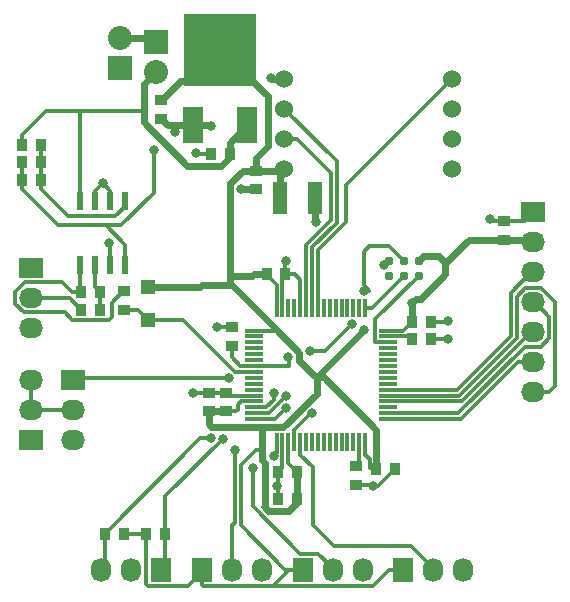
<source format=gtl>
G04 #@! TF.FileFunction,Copper,L1,Top,Signal*
%FSLAX46Y46*%
G04 Gerber Fmt 4.6, Leading zero omitted, Abs format (unit mm)*
G04 Created by KiCad (PCBNEW (2016-03-07 BZR 6612)-product) date Monday, 30 May 2016 'amt' 02:36:14*
%MOMM*%
G01*
G04 APERTURE LIST*
%ADD10C,0.100000*%
%ADD11R,1.000000X0.950000*%
%ADD12R,0.950000X1.000000*%
%ADD13R,1.150000X2.700000*%
%ADD14R,1.200000X1.200000*%
%ADD15R,1.500000X0.300000*%
%ADD16R,0.300000X1.500000*%
%ADD17R,2.032000X1.727200*%
%ADD18O,2.032000X1.727200*%
%ADD19R,2.032000X2.032000*%
%ADD20O,2.032000X2.032000*%
%ADD21R,1.727200X2.032000*%
%ADD22O,1.727200X2.032000*%
%ADD23C,0.787000*%
%ADD24R,1.651000X3.048000*%
%ADD25R,6.096000X6.096000*%
%ADD26R,0.600000X1.550000*%
%ADD27C,1.524000*%
%ADD28C,0.800000*%
%ADD29C,0.300000*%
%ADD30C,0.600000*%
G04 APERTURE END LIST*
D10*
D11*
X161798000Y-75984000D03*
X161798000Y-74384000D03*
D12*
X170800000Y-62800000D03*
X169200000Y-62800000D03*
D11*
X165000000Y-58200000D03*
X165000000Y-59800000D03*
D12*
X154800000Y-65000000D03*
X153200000Y-65000000D03*
D11*
X170942000Y-79032000D03*
X170942000Y-77432000D03*
D12*
X176500000Y-92000000D03*
X174900000Y-92000000D03*
D11*
X169000000Y-84600000D03*
X169000000Y-83000000D03*
D12*
X183200000Y-89500000D03*
X184800000Y-89500000D03*
X173900000Y-73000000D03*
X175500000Y-73000000D03*
X176497335Y-89715372D03*
X174897335Y-89715372D03*
X186200000Y-77000000D03*
X187800000Y-77000000D03*
D11*
X170500000Y-84600000D03*
X170500000Y-83000000D03*
X181500000Y-89200000D03*
X181500000Y-90800000D03*
D12*
X186200000Y-78500000D03*
X187800000Y-78500000D03*
D11*
X173000000Y-64200000D03*
X173000000Y-65800000D03*
D13*
X175000000Y-66500000D03*
X178000000Y-66500000D03*
D14*
X163830000Y-74038000D03*
X163830000Y-76838000D03*
D15*
X172800000Y-77750000D03*
X172800000Y-78250000D03*
X172800000Y-78750000D03*
X172800000Y-79250000D03*
X172800000Y-79750000D03*
X172800000Y-80250000D03*
X172800000Y-80750000D03*
X172800000Y-81250000D03*
X172800000Y-81750000D03*
X172800000Y-82250000D03*
X172800000Y-82750000D03*
X172800000Y-83250000D03*
X172800000Y-83750000D03*
X172800000Y-84250000D03*
X172800000Y-84750000D03*
X172800000Y-85250000D03*
D16*
X174750000Y-87200000D03*
X175250000Y-87200000D03*
X175750000Y-87200000D03*
X176250000Y-87200000D03*
X176750000Y-87200000D03*
X177250000Y-87200000D03*
X177750000Y-87200000D03*
X178250000Y-87200000D03*
X178750000Y-87200000D03*
X179250000Y-87200000D03*
X179750000Y-87200000D03*
X180250000Y-87200000D03*
X180750000Y-87200000D03*
X181250000Y-87200000D03*
X181750000Y-87200000D03*
X182250000Y-87200000D03*
D15*
X184200000Y-85250000D03*
X184200000Y-84750000D03*
X184200000Y-84250000D03*
X184200000Y-83750000D03*
X184200000Y-83250000D03*
X184200000Y-82750000D03*
X184200000Y-82250000D03*
X184200000Y-81750000D03*
X184200000Y-81250000D03*
X184200000Y-80750000D03*
X184200000Y-80250000D03*
X184200000Y-79750000D03*
X184200000Y-79250000D03*
X184200000Y-78750000D03*
X184200000Y-78250000D03*
X184200000Y-77750000D03*
D16*
X182250000Y-75800000D03*
X181750000Y-75800000D03*
X181250000Y-75800000D03*
X180750000Y-75800000D03*
X180250000Y-75800000D03*
X179750000Y-75800000D03*
X179250000Y-75800000D03*
X178750000Y-75800000D03*
X178250000Y-75800000D03*
X177750000Y-75800000D03*
X177250000Y-75800000D03*
X176750000Y-75800000D03*
X176250000Y-75800000D03*
X175750000Y-75800000D03*
X175250000Y-75800000D03*
X174750000Y-75800000D03*
D17*
X154000000Y-72460000D03*
D18*
X154000000Y-75000000D03*
X154000000Y-77540000D03*
D19*
X161500000Y-55540000D03*
D20*
X161500000Y-53000000D03*
D21*
X165000000Y-98000000D03*
D22*
X162460000Y-98000000D03*
X159920000Y-98000000D03*
D23*
X186770000Y-71860000D03*
X186770000Y-73130000D03*
X185500000Y-71860000D03*
X185500000Y-73130000D03*
X184230000Y-71860000D03*
X184230000Y-73130000D03*
D17*
X154000000Y-87040000D03*
D18*
X154000000Y-84500000D03*
X154000000Y-81960000D03*
D12*
X158200000Y-76000000D03*
X159800000Y-76000000D03*
X153200000Y-62000000D03*
X154800000Y-62000000D03*
X154800000Y-63500000D03*
X153200000Y-63500000D03*
X158200000Y-74500000D03*
X159800000Y-74500000D03*
X161800000Y-95000000D03*
X160200000Y-95000000D03*
X163700000Y-95000000D03*
X165300000Y-95000000D03*
D21*
X168460000Y-98000000D03*
D22*
X171000000Y-98000000D03*
X173540000Y-98000000D03*
D21*
X185420000Y-98000000D03*
D22*
X187960000Y-98000000D03*
X190500000Y-98000000D03*
D21*
X176960000Y-98000000D03*
D22*
X179500000Y-98000000D03*
X182040000Y-98000000D03*
D17*
X157500000Y-81960000D03*
D18*
X157500000Y-84500000D03*
X157500000Y-87040000D03*
D19*
X164500000Y-53300000D03*
D20*
X164500000Y-55840000D03*
D24*
X167714000Y-60350000D03*
D25*
X170000000Y-54000000D03*
D24*
X172286000Y-60350000D03*
D26*
X158095000Y-72200000D03*
X159365000Y-72200000D03*
X160635000Y-72200000D03*
X161905000Y-72200000D03*
X161905000Y-66800000D03*
X160635000Y-66800000D03*
X159365000Y-66800000D03*
X158095000Y-66800000D03*
D27*
X175400000Y-56460000D03*
X175400000Y-59000000D03*
X175400000Y-61540000D03*
X175400000Y-64080000D03*
X189600000Y-64080000D03*
X189600000Y-61540000D03*
X189600000Y-59000000D03*
X189600000Y-56460000D03*
D17*
X196476000Y-67746000D03*
D18*
X196476000Y-70286000D03*
X196476000Y-72826000D03*
X196476000Y-75366000D03*
X196476000Y-77906000D03*
X196476000Y-80446000D03*
X196476000Y-82986000D03*
D11*
X193976000Y-70046000D03*
X193976000Y-68446000D03*
D28*
X167894000Y-62738000D03*
X169672000Y-77470000D03*
X167640000Y-83058000D03*
X192786000Y-68326000D03*
X183821285Y-72224463D03*
X189230000Y-76962000D03*
X175514000Y-71882000D03*
X182880000Y-90932000D03*
X174752000Y-90932000D03*
X189230000Y-78486000D03*
X164338000Y-62484000D03*
X178054000Y-68580000D03*
X171704000Y-65786000D03*
X174244000Y-56388000D03*
X166116000Y-60960000D03*
X169164000Y-60452000D03*
X186182000Y-75438000D03*
X182118000Y-77724000D03*
X177546000Y-79502000D03*
X175741990Y-80011397D03*
X182118000Y-74422000D03*
X181102000Y-77216000D03*
X160528000Y-70358000D03*
X160020000Y-65278000D03*
X170202331Y-86890331D03*
X175514000Y-83312000D03*
X169164000Y-86868000D03*
X174498000Y-83058000D03*
X171196000Y-87884000D03*
X175544329Y-84342332D03*
X172720000Y-89408000D03*
X174498000Y-88392000D03*
X170688000Y-81788000D03*
X177727728Y-84763728D03*
D29*
X163484001Y-59182000D02*
X157988000Y-59182000D01*
X157988000Y-59182000D02*
X155194000Y-59182000D01*
X158095000Y-66800000D02*
X158095000Y-59289000D01*
X158095000Y-59289000D02*
X157988000Y-59182000D01*
X155194000Y-59182000D02*
X153200000Y-61176000D01*
X153200000Y-61176000D02*
X153200000Y-62000000D01*
D30*
X163484001Y-59182000D02*
X163484001Y-60106001D01*
X163484001Y-56855999D02*
X163484001Y-59182000D01*
X170800000Y-62800000D02*
X170800000Y-61836000D01*
X170800000Y-61836000D02*
X172286000Y-60350000D01*
X163484001Y-60106001D02*
X167178001Y-63800001D01*
X170800000Y-63075002D02*
X170800000Y-62800000D01*
X167178001Y-63800001D02*
X170075001Y-63800001D01*
X170075001Y-63800001D02*
X170800000Y-63075002D01*
X164500000Y-55840000D02*
X163484001Y-56855999D01*
D29*
X169200000Y-62800000D02*
X167956000Y-62800000D01*
X167956000Y-62800000D02*
X167894000Y-62738000D01*
X170942000Y-77432000D02*
X169710000Y-77432000D01*
X169710000Y-77432000D02*
X169672000Y-77470000D01*
X169000000Y-83000000D02*
X167698000Y-83000000D01*
X167698000Y-83000000D02*
X167640000Y-83058000D01*
X193976000Y-68446000D02*
X195776000Y-68446000D01*
X195776000Y-68446000D02*
X196476000Y-67746000D01*
X193976000Y-68446000D02*
X192906000Y-68446000D01*
X192906000Y-68446000D02*
X192786000Y-68326000D01*
X184230000Y-71860000D02*
X184185748Y-71860000D01*
X184185748Y-71860000D02*
X183821285Y-72224463D01*
X187800000Y-77000000D02*
X189192000Y-77000000D01*
X189192000Y-77000000D02*
X189230000Y-76962000D01*
X175500000Y-73000000D02*
X175500000Y-71896000D01*
X175500000Y-71896000D02*
X175514000Y-71882000D01*
X172800000Y-83250000D02*
X170750000Y-83250000D01*
X170750000Y-83250000D02*
X170500000Y-83000000D01*
X169000000Y-83000000D02*
X170500000Y-83000000D01*
X176750000Y-75800000D02*
X176750000Y-73475000D01*
X176750000Y-73475000D02*
X176275000Y-73000000D01*
X176275000Y-73000000D02*
X175500000Y-73000000D01*
X175250000Y-75800000D02*
X175250000Y-73250000D01*
X175250000Y-73250000D02*
X175500000Y-73000000D01*
X184230000Y-71860000D02*
X184042345Y-71860000D01*
X184800000Y-89500000D02*
X183368000Y-90932000D01*
X183368000Y-90932000D02*
X182880000Y-90932000D01*
X181500000Y-90800000D02*
X182748000Y-90800000D01*
X182748000Y-90800000D02*
X182880000Y-90932000D01*
X175250000Y-87200000D02*
X175250000Y-89362707D01*
X175250000Y-89362707D02*
X174897335Y-89715372D01*
X174900000Y-92000000D02*
X174900000Y-91080000D01*
X174900000Y-91080000D02*
X174752000Y-90932000D01*
X174897335Y-89715372D02*
X174897335Y-90786665D01*
X174897335Y-90786665D02*
X174752000Y-90932000D01*
X187800000Y-78500000D02*
X189216000Y-78500000D01*
X189216000Y-78500000D02*
X189230000Y-78486000D01*
X160274000Y-68834000D02*
X161576002Y-68834000D01*
X161576002Y-68834000D02*
X164338000Y-66072002D01*
X164338000Y-66072002D02*
X164338000Y-62484000D01*
X160274000Y-68834000D02*
X161905000Y-70465000D01*
X161905000Y-70465000D02*
X161905000Y-72200000D01*
X156234000Y-68834000D02*
X160274000Y-68834000D01*
X153200000Y-65000000D02*
X153200000Y-65800000D01*
X153200000Y-65800000D02*
X156234000Y-68834000D01*
X153200000Y-63500000D02*
X153200000Y-65000000D01*
D30*
X178000000Y-66500000D02*
X178000000Y-68526000D01*
X178000000Y-68526000D02*
X178054000Y-68580000D01*
X173000000Y-65800000D02*
X171718000Y-65800000D01*
X171718000Y-65800000D02*
X171704000Y-65786000D01*
X175400000Y-56460000D02*
X174316000Y-56460000D01*
X174316000Y-56460000D02*
X174244000Y-56388000D01*
X166116000Y-60350000D02*
X165550000Y-60350000D01*
X167714000Y-60350000D02*
X166116000Y-60350000D01*
X166116000Y-60350000D02*
X166116000Y-60960000D01*
X165550000Y-60350000D02*
X165000000Y-59800000D01*
X167714000Y-60350000D02*
X169062000Y-60350000D01*
X169062000Y-60350000D02*
X169164000Y-60452000D01*
X189040001Y-72014999D02*
X191009000Y-70046000D01*
X191009000Y-70046000D02*
X193976000Y-70046000D01*
X168402000Y-73914000D02*
X168278000Y-74038000D01*
X168278000Y-74038000D02*
X163830000Y-74038000D01*
D29*
X171704000Y-94234000D02*
X175470000Y-98000000D01*
X175470000Y-98000000D02*
X176960000Y-98000000D01*
X171704000Y-89154000D02*
X171704000Y-94234000D01*
X172974000Y-87884000D02*
X171704000Y-89154000D01*
D30*
X173482000Y-87884000D02*
X173482000Y-85900001D01*
X173482000Y-88708002D02*
X173482000Y-87884000D01*
D29*
X173482000Y-87884000D02*
X172974000Y-87884000D01*
X174430390Y-99366010D02*
X182890390Y-99366010D01*
X182890390Y-99366010D02*
X184256400Y-98000000D01*
X184256400Y-98000000D02*
X185420000Y-98000000D01*
X168460000Y-98000000D02*
X168460000Y-99316000D01*
X168460000Y-99316000D02*
X168510010Y-99366010D01*
X168510010Y-99366010D02*
X174430390Y-99366010D01*
X175796400Y-98000000D02*
X176960000Y-98000000D01*
X174430390Y-99366010D02*
X175796400Y-98000000D01*
D30*
X173736000Y-85900001D02*
X173482000Y-85900001D01*
X173482000Y-85900001D02*
X169225001Y-85900001D01*
X173736000Y-92711002D02*
X173736000Y-88962002D01*
X173736000Y-88962002D02*
X173482000Y-88708002D01*
X173736000Y-85900001D02*
X175318662Y-85900001D01*
X175318662Y-85900001D02*
X178138002Y-83080661D01*
X178138002Y-83080661D02*
X178138002Y-81703998D01*
X193976000Y-70046000D02*
X196236000Y-70046000D01*
X196236000Y-70046000D02*
X196476000Y-70286000D01*
D29*
X163700000Y-95000000D02*
X163700000Y-99209602D01*
X163700000Y-99209602D02*
X163856399Y-99366001D01*
X163856399Y-99366001D02*
X167246399Y-99366001D01*
X167246399Y-99366001D02*
X168460000Y-98152400D01*
X168460000Y-98152400D02*
X168460000Y-98000000D01*
X161800000Y-95000000D02*
X163700000Y-95000000D01*
X173736000Y-92711002D02*
X173596598Y-92711002D01*
X168460000Y-97847600D02*
X168460000Y-98000000D01*
X171450000Y-84050000D02*
X171450000Y-84450000D01*
X171450000Y-84450000D02*
X171300000Y-84600000D01*
X171300000Y-84600000D02*
X170500000Y-84600000D01*
X172800000Y-83750000D02*
X171750000Y-83750000D01*
X171750000Y-83750000D02*
X171450000Y-84050000D01*
D30*
X170942000Y-73914000D02*
X168402000Y-73914000D01*
X176641990Y-79613990D02*
X174752000Y-77724000D01*
X174752000Y-77724000D02*
X170942000Y-73914000D01*
D29*
X172800000Y-77750000D02*
X174726000Y-77750000D01*
X174726000Y-77750000D02*
X174752000Y-77724000D01*
D30*
X170803999Y-73152000D02*
X170803999Y-73914000D01*
X170942000Y-73914000D02*
X170803999Y-73914000D01*
X178054000Y-81703998D02*
X176641990Y-80291988D01*
X176641990Y-80291988D02*
X176641990Y-79613990D01*
D29*
X174750000Y-75800000D02*
X174750000Y-73850000D01*
X174750000Y-73850000D02*
X174700000Y-73800000D01*
X174700000Y-73800000D02*
X174675000Y-73800000D01*
X174675000Y-73800000D02*
X173900000Y-73025000D01*
X173900000Y-73025000D02*
X173900000Y-73000000D01*
X182626000Y-89408000D02*
X183108000Y-89408000D01*
X183108000Y-89408000D02*
X183200000Y-89500000D01*
X182626000Y-88626000D02*
X182626000Y-89408000D01*
X182250000Y-87200000D02*
X182250000Y-88250000D01*
X182250000Y-88250000D02*
X182626000Y-88626000D01*
D30*
X183200000Y-89500000D02*
X183200000Y-86172000D01*
X183200000Y-86172000D02*
X178731998Y-81703998D01*
X178731998Y-81703998D02*
X178054000Y-81703998D01*
D29*
X175750000Y-87200000D02*
X175750000Y-88968037D01*
X175750000Y-88968037D02*
X176497335Y-89715372D01*
D30*
X186770000Y-71860000D02*
X187163499Y-71466501D01*
X187163499Y-71466501D02*
X188491503Y-71466501D01*
X188491503Y-71466501D02*
X189040001Y-72014999D01*
X189040001Y-72014999D02*
X189040001Y-72975001D01*
X189040001Y-72975001D02*
X186977001Y-75038001D01*
X186977001Y-75038001D02*
X186581999Y-75038001D01*
X186581999Y-75038001D02*
X186182000Y-75438000D01*
X186182000Y-75438000D02*
X186182000Y-76982000D01*
X186182000Y-76982000D02*
X186200000Y-77000000D01*
X178054000Y-81703998D02*
X178138002Y-81703998D01*
X178138002Y-81703998D02*
X182118000Y-77724000D01*
D29*
X184200000Y-77750000D02*
X185450000Y-77750000D01*
X185450000Y-77750000D02*
X186200000Y-77000000D01*
D30*
X176500000Y-92000000D02*
X176500000Y-89718037D01*
X176500000Y-89718037D02*
X176497335Y-89715372D01*
X174024999Y-93000001D02*
X175775001Y-93000001D01*
X173736000Y-92711002D02*
X174024999Y-93000001D01*
X175775001Y-93000001D02*
X176500000Y-92275002D01*
X176500000Y-92275002D02*
X176500000Y-92000000D01*
X169000000Y-84600000D02*
X170500000Y-84600000D01*
X169225001Y-85900001D02*
X169000000Y-85675000D01*
X169000000Y-85675000D02*
X169000000Y-84600000D01*
X170803999Y-65296001D02*
X170803999Y-73152000D01*
X173900000Y-73000000D02*
X172825000Y-73000000D01*
X172673000Y-73152000D02*
X170803999Y-73152000D01*
X172825000Y-73000000D02*
X172673000Y-73152000D01*
X173000000Y-64200000D02*
X171900000Y-64200000D01*
X171900000Y-64200000D02*
X170803999Y-65296001D01*
X175000000Y-66500000D02*
X175000000Y-64480000D01*
X175000000Y-64480000D02*
X175400000Y-64080000D01*
X173000000Y-64200000D02*
X175280000Y-64200000D01*
X175280000Y-64200000D02*
X175400000Y-64080000D01*
X173990000Y-57912000D02*
X173990000Y-62135000D01*
X173990000Y-62135000D02*
X173000000Y-63125000D01*
X173000000Y-63125000D02*
X173000000Y-64200000D01*
X170078000Y-54000000D02*
X173990000Y-57912000D01*
X170000000Y-54000000D02*
X170078000Y-54000000D01*
X166583000Y-56642000D02*
X167358000Y-56642000D01*
X167358000Y-56642000D02*
X170000000Y-54000000D01*
X165000000Y-58200000D02*
X165025000Y-58200000D01*
X165025000Y-58200000D02*
X166583000Y-56642000D01*
D29*
X157072000Y-68072000D02*
X161108000Y-68072000D01*
X161108000Y-68072000D02*
X161905000Y-67275000D01*
X161905000Y-67275000D02*
X161905000Y-66800000D01*
X154800000Y-65000000D02*
X154800000Y-65800000D01*
X154800000Y-65800000D02*
X157072000Y-68072000D01*
X154800000Y-63500000D02*
X154800000Y-65000000D01*
X154800000Y-62000000D02*
X154800000Y-63500000D01*
X171682000Y-80750000D02*
X170942000Y-80010000D01*
X170942000Y-80010000D02*
X170942000Y-79032000D01*
X172800000Y-80750000D02*
X171682000Y-80750000D01*
X178816000Y-79502000D02*
X177546000Y-79502000D01*
X175790000Y-80750000D02*
X175790000Y-80059407D01*
X175790000Y-80059407D02*
X175741990Y-80011397D01*
X182118000Y-74422000D02*
X182612998Y-74422000D01*
X182551999Y-70628999D02*
X184268999Y-70628999D01*
X182612998Y-74422000D02*
X182109999Y-73919001D01*
X182109999Y-73919001D02*
X182109999Y-71070999D01*
X182109999Y-71070999D02*
X182551999Y-70628999D01*
X184268999Y-70628999D02*
X185106501Y-71466501D01*
X185106501Y-71466501D02*
X185500000Y-71860000D01*
X178816000Y-79502000D02*
X181102000Y-77216000D01*
X172800000Y-80750000D02*
X175790000Y-80750000D01*
X175790000Y-80750000D02*
X175808604Y-80731396D01*
X181750000Y-87200000D02*
X181750000Y-88950000D01*
X181750000Y-88950000D02*
X181500000Y-89200000D01*
X184200000Y-78250000D02*
X185950000Y-78250000D01*
X185950000Y-78250000D02*
X186200000Y-78500000D01*
X172800000Y-81250000D02*
X171260002Y-81250000D01*
X166848002Y-76838000D02*
X164730000Y-76838000D01*
X171260002Y-81250000D02*
X166848002Y-76838000D01*
X163830000Y-76838000D02*
X164730000Y-76838000D01*
X161798000Y-75984000D02*
X162976000Y-75984000D01*
X162976000Y-75984000D02*
X163830000Y-76838000D01*
X186770000Y-73130000D02*
X183099999Y-76800001D01*
X183099999Y-76800001D02*
X183099999Y-78699999D01*
X183099999Y-78699999D02*
X183150000Y-78750000D01*
X183150000Y-78750000D02*
X184200000Y-78750000D01*
X185500000Y-73130000D02*
X182830000Y-75800000D01*
X182830000Y-75800000D02*
X182250000Y-75800000D01*
X160635000Y-72200000D02*
X160635000Y-70465000D01*
X160635000Y-70465000D02*
X160528000Y-70358000D01*
X160635000Y-66800000D02*
X160635000Y-65893000D01*
X160635000Y-65893000D02*
X160020000Y-65278000D01*
X159365000Y-65933000D02*
X160020000Y-65278000D01*
X159365000Y-66800000D02*
X159365000Y-65933000D01*
X154000000Y-75000000D02*
X157225000Y-75000000D01*
X157225000Y-75000000D02*
X158200000Y-75975000D01*
X158200000Y-75975000D02*
X158200000Y-76000000D01*
D30*
X161500000Y-53000000D02*
X164200000Y-53000000D01*
X164200000Y-53000000D02*
X164500000Y-53300000D01*
D29*
X170202331Y-86890331D02*
X165300000Y-91792662D01*
X165300000Y-91792662D02*
X165300000Y-95000000D01*
X172800000Y-84750000D02*
X174076000Y-84750000D01*
X174076000Y-84750000D02*
X175514000Y-83312000D01*
X165300000Y-95000000D02*
X165300000Y-97700000D01*
X165300000Y-97700000D02*
X165000000Y-98000000D01*
X160200000Y-95000000D02*
X160200000Y-94975000D01*
X160200000Y-94975000D02*
X168307000Y-86868000D01*
X168307000Y-86868000D02*
X168598315Y-86868000D01*
X168598315Y-86868000D02*
X169164000Y-86868000D01*
X174498000Y-83602000D02*
X174498000Y-83058000D01*
X172800000Y-84250000D02*
X173850000Y-84250000D01*
X173850000Y-84250000D02*
X174498000Y-83602000D01*
X160200000Y-95000000D02*
X160200000Y-97720000D01*
X160200000Y-97720000D02*
X159920000Y-98000000D01*
X154000000Y-84500000D02*
X154000000Y-81960000D01*
X157500000Y-84500000D02*
X154000000Y-84500000D01*
X184200000Y-82750000D02*
X190027520Y-82750000D01*
X194564000Y-74585600D02*
X196323600Y-72826000D01*
X190027520Y-82750000D02*
X194564000Y-78213520D01*
X194564000Y-78213520D02*
X194564000Y-74585600D01*
X196323600Y-72826000D02*
X196476000Y-72826000D01*
X184200000Y-83750000D02*
X190441760Y-83750000D01*
X190441760Y-83750000D02*
X196285760Y-77906000D01*
X196285760Y-77906000D02*
X196476000Y-77906000D01*
X196476000Y-80446000D02*
X195160000Y-80446000D01*
X195160000Y-80446000D02*
X190356000Y-85250000D01*
X190356000Y-85250000D02*
X185250000Y-85250000D01*
X185250000Y-85250000D02*
X184200000Y-85250000D01*
X184200000Y-83250000D02*
X190234640Y-83250000D01*
X195820907Y-74152390D02*
X197131093Y-74152390D01*
X197131093Y-74152390D02*
X198342020Y-75363317D01*
X190234640Y-83250000D02*
X195072000Y-78412640D01*
X197792000Y-82986000D02*
X196476000Y-82986000D01*
X195072000Y-78412640D02*
X195072000Y-74901297D01*
X195072000Y-74901297D02*
X195820907Y-74152390D01*
X198342020Y-75363317D02*
X198342020Y-82435980D01*
X198342020Y-82435980D02*
X197792000Y-82986000D01*
X159800000Y-76000000D02*
X159800000Y-74500000D01*
X159365000Y-72200000D02*
X159365000Y-74065000D01*
X159365000Y-74065000D02*
X159800000Y-74500000D01*
X160782000Y-76623002D02*
X160782000Y-75375000D01*
X160782000Y-75375000D02*
X161773000Y-74384000D01*
X161773000Y-74384000D02*
X161798000Y-74384000D01*
X157444999Y-76850001D02*
X160555001Y-76850001D01*
X160555001Y-76850001D02*
X160782000Y-76623002D01*
X158200000Y-74500000D02*
X157425000Y-74500000D01*
X156808608Y-76213610D02*
X157444999Y-76850001D01*
X153344907Y-76213610D02*
X156808608Y-76213610D01*
X152633990Y-75502693D02*
X153344907Y-76213610D01*
X152633990Y-74497307D02*
X152633990Y-75502693D01*
X153457696Y-73673601D02*
X152633990Y-74497307D01*
X156598601Y-73673601D02*
X153457696Y-73673601D01*
X157425000Y-74500000D02*
X156598601Y-73673601D01*
X158200000Y-74500000D02*
X158305002Y-74500000D01*
X158095000Y-72200000D02*
X158095000Y-74395000D01*
X158095000Y-74395000D02*
X158200000Y-74500000D01*
X171196000Y-94050938D02*
X171000000Y-94246938D01*
X171000000Y-94246938D02*
X171000000Y-98000000D01*
X171196000Y-87884000D02*
X171196000Y-94050938D01*
X172800000Y-85250000D02*
X174636661Y-85250000D01*
X174636661Y-85250000D02*
X175544329Y-84342332D01*
X176750000Y-87200000D02*
X176750000Y-88250000D01*
X176750000Y-88250000D02*
X177800000Y-89300000D01*
X177800000Y-89300000D02*
X177800000Y-94234000D01*
X177800000Y-94234000D02*
X179578000Y-96012000D01*
X186124400Y-96012000D02*
X187960000Y-97847600D01*
X179578000Y-96012000D02*
X186124400Y-96012000D01*
X187960000Y-97847600D02*
X187960000Y-98000000D01*
X176739745Y-96633999D02*
X172720000Y-92614254D01*
X172720000Y-92614254D02*
X172720000Y-89408000D01*
X176739745Y-96633999D02*
X178286399Y-96633999D01*
X178286399Y-96633999D02*
X179500000Y-97847600D01*
X179500000Y-97847600D02*
X179500000Y-98000000D01*
X174750000Y-87200000D02*
X174750000Y-88140000D01*
X174750000Y-88140000D02*
X174498000Y-88392000D01*
X170688000Y-81788000D02*
X157672000Y-81788000D01*
X157672000Y-81788000D02*
X157500000Y-81960000D01*
X176250000Y-87200000D02*
X176250000Y-86150000D01*
X176250000Y-86150000D02*
X177636272Y-84763728D01*
X177636272Y-84763728D02*
X177727728Y-84763728D01*
X179832000Y-68619122D02*
X179832000Y-63432000D01*
X179832000Y-63432000D02*
X175400000Y-59000000D01*
X177750000Y-75800000D02*
X177750000Y-70701122D01*
X177750000Y-70701122D02*
X179832000Y-68619122D01*
X179324000Y-68420002D02*
X179324000Y-64386370D01*
X179324000Y-64386370D02*
X176477630Y-61540000D01*
X176477630Y-61540000D02*
X175400000Y-61540000D01*
X177250000Y-75800000D02*
X177250000Y-70494002D01*
X177250000Y-70494002D02*
X179324000Y-68420002D01*
X180594000Y-68580000D02*
X180594000Y-65466000D01*
X180594000Y-65466000D02*
X189600000Y-56460000D01*
X178250000Y-70924000D02*
X180594000Y-68580000D01*
X178250000Y-75800000D02*
X178250000Y-70924000D01*
X195779270Y-79119610D02*
X190148880Y-84750000D01*
X190148880Y-84750000D02*
X184200000Y-84750000D01*
X196476000Y-75366000D02*
X196628400Y-75366000D01*
X196628400Y-75366000D02*
X197842010Y-76579610D01*
X197842010Y-76579610D02*
X197842010Y-78408693D01*
X197842010Y-78408693D02*
X197131093Y-79119610D01*
X197131093Y-79119610D02*
X195779270Y-79119610D01*
M02*

</source>
